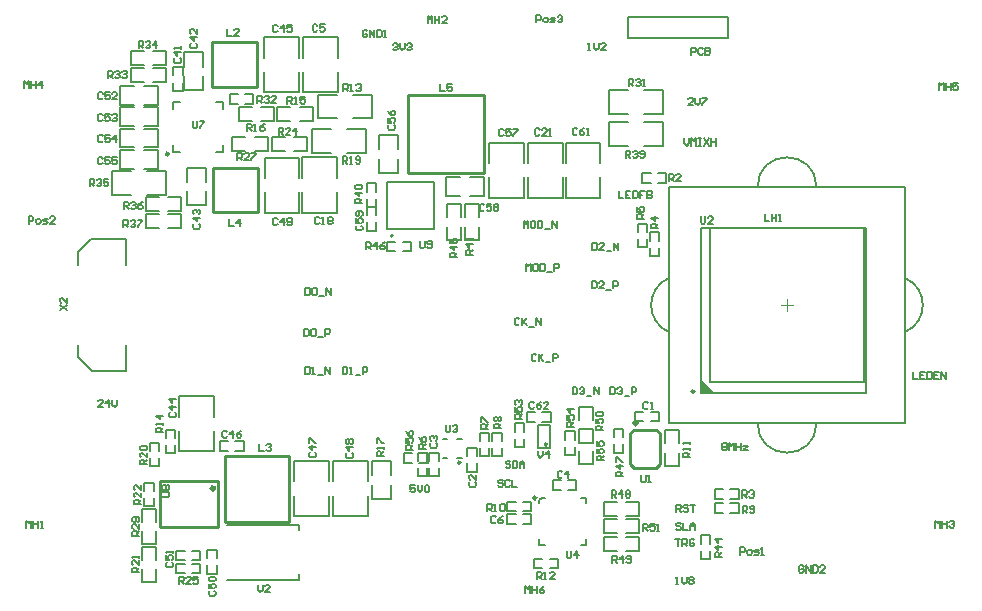
<source format=gto>
G04*
G04 #@! TF.GenerationSoftware,Altium Limited,Altium Designer,18.0.11 (651)*
G04*
G04 Layer_Color=65535*
%FSLAX44Y44*%
%MOMM*%
G71*
G01*
G75*
%ADD10C,0.2540*%
%ADD11C,0.3000*%
%ADD12C,0.2500*%
%ADD13C,0.2000*%
%ADD14C,0.1500*%
%ADD15C,0.1000*%
%ADD16C,0.1524*%
G36*
X586950Y175350D02*
X576950Y185350D01*
Y175350D01*
X586950D01*
D02*
G37*
D10*
X447000Y132250D02*
G03*
X447000Y132250I-1000J0D01*
G01*
X329250Y427500D02*
X393250D01*
Y361500D02*
Y427500D01*
X329250Y361500D02*
X393250D01*
X329250D02*
Y427500D01*
X517500Y115250D02*
X520500Y112250D01*
X517500Y141250D02*
X520500Y144250D01*
X517500Y115250D02*
Y141250D01*
X520500Y112250D02*
X539500D01*
X542500Y115250D01*
Y141250D01*
X539500Y144250D02*
X542500Y141250D01*
X520500Y144250D02*
X539500D01*
X164250Y366375D02*
X202250D01*
X164250Y328375D02*
Y366375D01*
Y328375D02*
X202250D01*
Y366375D01*
X201250Y434375D02*
Y472375D01*
X163250Y434375D02*
X201250D01*
X163250D02*
Y472375D01*
X201250D01*
X174000Y66500D02*
Y122500D01*
Y66500D02*
X228000D01*
Y122500D01*
X174000D02*
X228000D01*
X119500Y101000D02*
X168500D01*
X119500Y62000D02*
Y101000D01*
Y62000D02*
X168500D01*
Y101000D01*
D11*
X523250Y150250D02*
G03*
X523250Y150250I-1500J0D01*
G01*
X165500Y95000D02*
G03*
X165500Y95000I-1500J0D01*
G01*
D12*
X571700Y176850D02*
G03*
X571700Y176850I-1250J0D01*
G01*
X437750Y86750D02*
G03*
X437750Y86750I-1250J0D01*
G01*
X373500Y116500D02*
G03*
X373500Y116500I-1000J0D01*
G01*
X126500Y377875D02*
G03*
X126500Y377875I-1250J0D01*
G01*
D13*
X750153Y227155D02*
G03*
X750153Y272845I-10153J22845D01*
G01*
X549846Y272845D02*
G03*
X549847Y227155I10153J-22845D01*
G01*
X675000Y350000D02*
G03*
X625000Y350000I-25000J0D01*
G01*
Y150000D02*
G03*
X675000Y150000I25000J0D01*
G01*
X316500Y308500D02*
G03*
X316500Y308500I-1000J0D01*
G01*
X439000Y129250D02*
Y148250D01*
X449000D01*
Y129250D02*
Y148250D01*
X439000Y129250D02*
X449000D01*
X576950Y185350D02*
X586950Y175350D01*
X576950D02*
Y315350D01*
X716950Y175350D02*
Y315350D01*
X576950Y175350D02*
X716950D01*
X576950Y315350D02*
X716950D01*
X440000Y47000D02*
Y51750D01*
Y47000D02*
X444750D01*
X475250D02*
X480000D01*
Y51750D01*
Y82250D02*
Y87000D01*
X475250D02*
X480000D01*
X442375D02*
X444750D01*
X440000Y84625D02*
X442375Y87000D01*
X440000Y82250D02*
Y84625D01*
X370500Y136500D02*
X374500D01*
X358500D02*
X362500D01*
X370500Y120500D02*
X374500D01*
X358500D02*
X362500D01*
X585000Y185000D02*
Y315000D01*
X715000Y185000D02*
Y315000D01*
X585000D02*
X715000D01*
X585000Y185000D02*
X715000D01*
X550000Y350000D02*
X750000D01*
Y150000D02*
Y350000D01*
X550000Y150000D02*
X750000D01*
X550000D02*
Y350000D01*
X311000Y314000D02*
Y354000D01*
X351000D01*
Y314000D02*
Y354000D01*
X311000Y314000D02*
X351000D01*
X130250Y379875D02*
X136000D01*
X130250D02*
Y385625D01*
Y416125D02*
Y421875D01*
X136000D01*
X166500D02*
X172250D01*
Y416125D02*
Y421875D01*
Y379875D02*
Y385625D01*
X166500Y379875D02*
X172250D01*
X90000Y194125D02*
Y216125D01*
X62000Y194125D02*
X90000D01*
X50000Y206125D02*
Y216125D01*
Y206125D02*
X62000Y194125D01*
X50000Y294875D02*
X61000Y305875D01*
X50000Y283875D02*
Y294875D01*
X61000Y305875D02*
X90000D01*
Y283875D02*
Y305875D01*
X515500Y475750D02*
X600250D01*
Y493500D01*
X515500D02*
X600250D01*
X515500Y475750D02*
Y493500D01*
D14*
X577250Y35000D02*
Y42000D01*
Y48000D02*
Y55000D01*
X585250Y35000D02*
Y42000D01*
Y48000D02*
Y55000D01*
X577250Y35000D02*
X585250D01*
X577250Y55000D02*
X585250D01*
X338750Y116500D02*
X345750D01*
X325750D02*
X332750D01*
X338750Y124500D02*
X345750D01*
X325750D02*
X332750D01*
X345750Y116500D02*
Y124500D01*
X325750Y116500D02*
Y124500D01*
X362000Y305250D02*
X374000D01*
X362000Y335250D02*
X374000D01*
X362000Y305250D02*
Y316250D01*
Y324250D02*
Y335250D01*
X374000Y305250D02*
Y316250D01*
Y324250D02*
Y335250D01*
X377326Y335171D02*
X389326D01*
X377326Y305171D02*
X389326D01*
Y324170D02*
Y335171D01*
Y305171D02*
Y316171D01*
X377326Y324171D02*
Y335171D01*
Y305171D02*
Y316171D01*
X450000Y151000D02*
Y159000D01*
X430000Y151000D02*
Y159000D01*
X443000Y151000D02*
X450000D01*
X430000D02*
X437000D01*
X443000Y159000D02*
X450000D01*
X430000D02*
X437000D01*
X462250Y123000D02*
X470250D01*
X462250Y143000D02*
X470250D01*
X462250Y123000D02*
Y130000D01*
Y136000D02*
Y143000D01*
X470250Y123000D02*
Y130000D01*
Y136000D02*
Y143000D01*
X474000Y115250D02*
Y126250D01*
Y134250D02*
Y145250D01*
X486000Y115250D02*
Y126250D01*
Y134250D02*
Y145250D01*
X474000Y115250D02*
X486000D01*
X474000Y145250D02*
X486000D01*
X419500Y149750D02*
X427500D01*
X419500Y129750D02*
X427500D01*
Y142750D02*
Y149750D01*
Y129750D02*
Y136750D01*
X419500Y142750D02*
Y149750D01*
Y129750D02*
Y136750D01*
X547000Y144000D02*
X559000D01*
X547000Y114000D02*
X559000D01*
Y133000D02*
Y144000D01*
Y114000D02*
Y125000D01*
X547000Y133000D02*
Y144000D01*
Y114000D02*
Y125000D01*
X503500D02*
Y132000D01*
Y138000D02*
Y145000D01*
X511500Y125000D02*
Y132000D01*
Y138000D02*
Y145000D01*
X503500Y125000D02*
X511500D01*
X503500Y145000D02*
X511500D01*
X474000Y133250D02*
X486000D01*
X474000Y163250D02*
X486000D01*
X474000Y133250D02*
Y144250D01*
Y152250D02*
Y163250D01*
X486000Y133250D02*
Y144250D01*
Y152250D02*
Y163250D01*
X525000Y56750D02*
Y68750D01*
X495000Y56750D02*
Y68750D01*
X514000Y56750D02*
X525000D01*
X495000D02*
X506000D01*
X514000Y68750D02*
X525000D01*
X495000D02*
X506000D01*
X499000Y405000D02*
X515000D01*
X529000D02*
X545000D01*
X499000Y385000D02*
X515000D01*
X529000D02*
X545000D01*
X499000D02*
Y405000D01*
X545000Y385000D02*
Y405000D01*
X108500Y343500D02*
X124500D01*
X78500D02*
X94500D01*
X108500Y363500D02*
X124500D01*
X78500D02*
X94500D01*
X124500Y343500D02*
Y363500D01*
X78500Y343500D02*
Y363500D01*
X499000Y432000D02*
X515000D01*
X529000D02*
X545000D01*
X499000Y412000D02*
X515000D01*
X529000D02*
X545000D01*
X499000D02*
Y432000D01*
X545000Y412000D02*
Y432000D01*
X247750Y399000D02*
X263750D01*
X277750D02*
X293750D01*
X247750Y379000D02*
X263750D01*
X277750D02*
X293750D01*
X247750D02*
Y399000D01*
X293750Y379000D02*
Y399000D01*
X252750Y428000D02*
X268750D01*
X282750D02*
X298750D01*
X252750Y408000D02*
X268750D01*
X282750D02*
X298750D01*
X252750D02*
Y428000D01*
X298750Y408000D02*
Y428000D01*
X525000Y71500D02*
Y83500D01*
X495000Y71500D02*
Y83500D01*
X514000Y71500D02*
X525000D01*
X495000D02*
X506000D01*
X514000Y83500D02*
X525000D01*
X495000D02*
X506000D01*
X525000Y42000D02*
Y54000D01*
X495000Y42000D02*
Y54000D01*
X514000Y42000D02*
X525000D01*
X495000D02*
X506000D01*
X514000Y54000D02*
X525000D01*
X495000D02*
X506000D01*
X299000Y118000D02*
X315000D01*
X299000Y86000D02*
X315000D01*
Y106000D02*
Y118000D01*
Y86000D02*
Y98000D01*
X299000Y106000D02*
Y118000D01*
Y86000D02*
Y98000D01*
X413250Y64750D02*
Y72750D01*
X433250Y64750D02*
Y72750D01*
X413250D02*
X420250D01*
X426250D02*
X433250D01*
X413250Y64750D02*
X420250D01*
X426250D02*
X433250D01*
X471750Y93500D02*
Y101500D01*
X451750Y93500D02*
Y101500D01*
X464750Y93500D02*
X471750D01*
X451750D02*
X458750D01*
X464750Y101500D02*
X471750D01*
X451750D02*
X458750D01*
X589000Y74000D02*
Y82000D01*
X609000Y74000D02*
Y82000D01*
X589000D02*
X596000D01*
X602000D02*
X609000D01*
X589000Y74000D02*
X596000D01*
X602000D02*
X609000D01*
X347250Y105000D02*
X355250D01*
X347250Y125000D02*
X355250D01*
X347250Y105000D02*
Y112000D01*
Y118000D02*
Y125000D01*
X355250Y105000D02*
Y112000D01*
Y118000D02*
Y125000D01*
X589000Y86000D02*
Y94000D01*
X609000Y86000D02*
Y94000D01*
X589000D02*
X596000D01*
X602000D02*
X609000D01*
X589000Y86000D02*
X596000D01*
X602000D02*
X609000D01*
X400500Y122000D02*
X408500D01*
X400500Y142000D02*
X408500D01*
X400500Y122000D02*
Y129000D01*
Y135000D02*
Y142000D01*
X408500Y122000D02*
Y129000D01*
Y135000D02*
Y142000D01*
X337250Y105000D02*
X345250D01*
X337250Y125000D02*
X345250D01*
X337250Y105000D02*
Y112000D01*
Y118000D02*
Y125000D01*
X345250Y105000D02*
Y112000D01*
Y118000D02*
Y125000D01*
X541500Y151500D02*
Y159500D01*
X521500Y151500D02*
Y159500D01*
X534500Y151500D02*
X541500D01*
X521500D02*
X528500D01*
X534500Y159500D02*
X541500D01*
X521500D02*
X528500D01*
X379500Y129000D02*
X387500D01*
X379500Y109000D02*
X387500D01*
Y122000D02*
Y129000D01*
Y109000D02*
Y116000D01*
X379500Y122000D02*
Y129000D01*
Y109000D02*
Y116000D01*
X527500Y353500D02*
Y361500D01*
X547500Y353500D02*
Y361500D01*
X527500D02*
X534500D01*
X540500D02*
X547500D01*
X527500Y353500D02*
X534500D01*
X540500D02*
X547500D01*
X534000Y291500D02*
X542000D01*
X534000Y311500D02*
X542000D01*
X534000Y291500D02*
Y298500D01*
Y304500D02*
Y311500D01*
X542000Y291500D02*
Y298500D01*
Y304500D02*
Y311500D01*
X141750Y334375D02*
Y346375D01*
Y354375D02*
Y366375D01*
X157750Y334375D02*
Y346375D01*
Y354375D02*
Y366375D01*
X141750Y334375D02*
X157750D01*
X141750Y366375D02*
X157750D01*
X199500Y380250D02*
X210500D01*
X180500D02*
X191500D01*
X199500Y392250D02*
X210500D01*
X180500D02*
X191500D01*
X210500Y380250D02*
Y392250D01*
X180500Y380250D02*
Y392250D01*
X214000D02*
X225000D01*
X233000D02*
X244000D01*
X214000Y380250D02*
X225000D01*
X233000D02*
X244000D01*
X214000D02*
Y392250D01*
X244000Y380250D02*
Y392250D01*
X205000Y406000D02*
X216000D01*
X186000D02*
X197000D01*
X205000Y418000D02*
X216000D01*
X186000D02*
X197000D01*
X216000Y406000D02*
Y418000D01*
X186000Y406000D02*
Y418000D01*
X155750Y451875D02*
Y463875D01*
Y431875D02*
Y443875D01*
X139750Y451875D02*
Y463875D01*
Y431875D02*
Y443875D01*
Y463875D02*
X155750D01*
X139750Y431875D02*
X155750D01*
X117250Y401375D02*
Y417375D01*
X85250Y401375D02*
Y417375D01*
X105250Y401375D02*
X117250D01*
X85250D02*
X97250D01*
X105250Y417375D02*
X117250D01*
X85250D02*
X97250D01*
X321000Y382000D02*
Y394000D01*
Y362000D02*
Y374000D01*
X305000Y382000D02*
Y394000D01*
Y362000D02*
Y374000D01*
Y394000D02*
X321000D01*
X305000Y362000D02*
X321000D01*
X85250Y435375D02*
X97250D01*
X105250D02*
X117250D01*
X85250Y419375D02*
X97250D01*
X105250D02*
X117250D01*
X85250D02*
Y435375D01*
X117250Y419375D02*
Y435375D01*
X207750Y327875D02*
X237250D01*
Y345375D01*
X207740D02*
X207750Y327875D01*
X237250Y374875D02*
X237260Y357375D01*
X207750D02*
Y374875D01*
X237250D01*
X207250Y477000D02*
X236750D01*
X207250Y459500D02*
Y477000D01*
X236750D02*
X236760Y459500D01*
X207240Y447500D02*
X207250Y430000D01*
X236750D02*
Y447500D01*
X207250Y430000D02*
X236750D01*
X117250Y383375D02*
Y399375D01*
X85250Y383375D02*
Y399375D01*
X105250Y383375D02*
X117250D01*
X85250D02*
X97250D01*
X105250Y399375D02*
X117250D01*
X85250D02*
X97250D01*
X294000Y313000D02*
X302000D01*
X294000Y333000D02*
X302000D01*
X294000Y313000D02*
Y320000D01*
Y326000D02*
Y333000D01*
X302000Y313000D02*
Y320000D01*
Y326000D02*
Y333000D01*
X130250Y431375D02*
X138250D01*
X130250Y451375D02*
X138250D01*
X130250Y431375D02*
Y438375D01*
Y444375D02*
Y451375D01*
X138250Y431375D02*
Y438375D01*
Y444375D02*
Y451375D01*
X113500Y438500D02*
X124500D01*
X94500D02*
X105500D01*
X113500Y450500D02*
X124500D01*
X94500D02*
X105500D01*
X124500Y438500D02*
Y450500D01*
X94500Y438500D02*
Y450500D01*
X113500Y453000D02*
X124500D01*
X94500D02*
X105500D01*
X113500Y465000D02*
X124500D01*
X94500D02*
X105500D01*
X124500Y453000D02*
Y465000D01*
X94500Y453000D02*
Y465000D01*
X361500Y358000D02*
X373500D01*
X381500D02*
X393500D01*
X361500Y342000D02*
X373500D01*
X381500D02*
X393500D01*
X361500D02*
Y358000D01*
X393500Y342000D02*
Y358000D01*
X294000Y353000D02*
X302000D01*
X294000Y333000D02*
X302000D01*
Y346000D02*
Y353000D01*
Y333000D02*
Y340000D01*
X294000Y346000D02*
Y353000D01*
Y333000D02*
Y340000D01*
X331500Y295750D02*
Y303750D01*
X311500Y295750D02*
Y303750D01*
X324500Y295750D02*
X331500D01*
X311500D02*
X318500D01*
X324500Y303750D02*
X331500D01*
X311500D02*
X318500D01*
X218500Y418000D02*
X229500D01*
X237500D02*
X248500D01*
X218500Y406000D02*
X229500D01*
X237500D02*
X248500D01*
X218500D02*
Y418000D01*
X248500Y406000D02*
Y418000D01*
X178250Y420375D02*
Y428375D01*
X198250Y420375D02*
Y428375D01*
X178250D02*
X185250D01*
X191250D02*
X198250D01*
X178250Y420375D02*
X185250D01*
X191250D02*
X198250D01*
X85250Y381375D02*
X97250D01*
X105250D02*
X117250D01*
X85250Y365375D02*
X97250D01*
X105250D02*
X117250D01*
X85250D02*
Y381375D01*
X117250Y365375D02*
Y381375D01*
X126000Y329500D02*
X137000D01*
X107000D02*
X118000D01*
X126000Y341500D02*
X137000D01*
X107000D02*
X118000D01*
X137000Y329500D02*
Y341500D01*
X107000Y329500D02*
Y341500D01*
X126000Y315000D02*
X137000D01*
X107000D02*
X118000D01*
X126000Y327000D02*
X137000D01*
X107000D02*
X118000D01*
X137000Y315000D02*
Y327000D01*
X107000Y315000D02*
Y327000D01*
X133000Y34000D02*
Y42000D01*
X153000Y34000D02*
Y42000D01*
X133000D02*
X140000D01*
X146000D02*
X153000D01*
X133000Y34000D02*
X140000D01*
X146000D02*
X153000D01*
X159000Y22500D02*
X167000D01*
X159000Y42500D02*
X167000D01*
X159000Y22500D02*
Y29500D01*
Y35500D02*
Y42500D01*
X167000Y22500D02*
Y29500D01*
Y35500D02*
Y42500D01*
X116000Y66500D02*
Y77500D01*
Y47500D02*
Y58500D01*
X104000Y66500D02*
Y77500D01*
Y47500D02*
Y58500D01*
Y77500D02*
X116000D01*
X104000Y47500D02*
X116000D01*
X116000Y34500D02*
Y45500D01*
Y15500D02*
Y26500D01*
X104000Y34500D02*
Y45500D01*
Y15500D02*
Y26500D01*
Y45500D02*
X116000D01*
X104000Y15500D02*
X116000D01*
X110500Y113500D02*
X118500D01*
X110500Y133500D02*
X118500D01*
X110500Y113500D02*
Y120500D01*
Y126500D02*
Y133500D01*
X118500Y113500D02*
Y120500D01*
Y126500D02*
Y133500D01*
X523500Y319000D02*
X531500D01*
X523500Y299000D02*
X531500D01*
Y312000D02*
Y319000D01*
Y299000D02*
Y306000D01*
X523500Y312000D02*
Y319000D01*
Y299000D02*
Y306000D01*
X106000Y99500D02*
X114000D01*
X106000Y79500D02*
X114000D01*
Y92500D02*
Y99500D01*
Y79500D02*
Y86500D01*
X106000Y92500D02*
Y99500D01*
Y79500D02*
Y86500D01*
X433250Y75250D02*
Y83250D01*
X413250Y75250D02*
Y83250D01*
X426250Y75250D02*
X433250D01*
X413250D02*
X420250D01*
X426250Y83250D02*
X433250D01*
X413250D02*
X420250D01*
X390000Y122000D02*
X398000D01*
X390000Y142000D02*
X398000D01*
X390000Y122000D02*
Y129000D01*
Y135000D02*
Y142000D01*
X398000Y122000D02*
Y129000D01*
Y135000D02*
Y142000D01*
X190000Y126500D02*
Y134500D01*
X170000Y126500D02*
Y134500D01*
X183000Y126500D02*
X190000D01*
X170000D02*
X177000D01*
X183000Y134500D02*
X190000D01*
X170000D02*
X177000D01*
X135500Y126000D02*
X165000D01*
Y143500D01*
X135490D02*
X135500Y126000D01*
X165000Y173000D02*
X165010Y155500D01*
X135500D02*
Y173000D01*
X165000D01*
X124000Y124500D02*
Y131500D01*
Y137500D02*
Y144500D01*
X132000Y124500D02*
Y131500D01*
Y137500D02*
Y144500D01*
X124000Y124500D02*
X132000D01*
X124000Y144500D02*
X132000D01*
X153000Y23000D02*
Y31000D01*
X133000Y23000D02*
Y31000D01*
X146000Y23000D02*
X153000D01*
X133000D02*
X140000D01*
X146000Y31000D02*
X153000D01*
X133000D02*
X140000D01*
X456000Y27250D02*
Y35250D01*
X436000Y27250D02*
Y35250D01*
X449000Y27250D02*
X456000D01*
X436000D02*
X443000D01*
X449000Y35250D02*
X456000D01*
X436000D02*
X443000D01*
X239750Y328000D02*
X269250D01*
Y345500D01*
X239740D02*
X239750Y328000D01*
X269250Y375000D02*
X269260Y357500D01*
X239750D02*
Y375000D01*
X269250D01*
X240000Y477000D02*
X269500D01*
X240000Y459500D02*
Y477000D01*
X269500D02*
X269510Y459500D01*
X239990Y447500D02*
X240000Y430000D01*
X269500D02*
Y447500D01*
X240000Y430000D02*
X269500D01*
X398000Y387500D02*
X427500D01*
X398000Y370000D02*
Y387500D01*
X427500D02*
X427510Y370000D01*
X397990Y358000D02*
X398000Y340500D01*
X427500D02*
Y358000D01*
X398000Y340500D02*
X427500D01*
X430500Y387500D02*
X460000D01*
X430500Y370000D02*
Y387500D01*
X460000D02*
X460010Y370000D01*
X430490Y358000D02*
X430500Y340500D01*
X460000D02*
Y358000D01*
X430500Y340500D02*
X460000D01*
X462500Y387500D02*
X492000D01*
X462500Y370000D02*
Y387500D01*
X492000D02*
X492010Y370000D01*
X462490Y358000D02*
X462500Y340500D01*
X492000D02*
Y358000D01*
X462500Y340500D02*
X492000D01*
X232500Y118200D02*
X262000D01*
X232500Y100700D02*
Y118200D01*
X262000D02*
X262010Y100700D01*
X232490Y88700D02*
X232500Y71200D01*
X262000D02*
Y88700D01*
X232500Y71200D02*
X262000D01*
X265500Y118200D02*
X295000D01*
X265500Y100700D02*
Y118200D01*
X295000D02*
X295010Y100700D01*
X265490Y88700D02*
X265500Y71200D01*
X295000D02*
Y88700D01*
X265500Y71200D02*
X295000D01*
X333250Y127500D02*
X327252D01*
Y130499D01*
X328252Y131499D01*
X330251D01*
X331251Y130499D01*
Y127500D01*
Y129499D02*
X333250Y131499D01*
X327252Y137497D02*
Y133498D01*
X330251D01*
X329251Y135497D01*
Y136497D01*
X330251Y137497D01*
X332250D01*
X333250Y136497D01*
Y134498D01*
X332250Y133498D01*
X327252Y143495D02*
X328252Y141496D01*
X330251Y139496D01*
X332250D01*
X333250Y140496D01*
Y142495D01*
X332250Y143495D01*
X331251D01*
X330251Y142495D01*
Y139496D01*
X594750Y36500D02*
X588752D01*
Y39499D01*
X589752Y40499D01*
X591751D01*
X592751Y39499D01*
Y36500D01*
Y38499D02*
X594750Y40499D01*
Y45497D02*
X588752D01*
X591751Y42498D01*
Y46497D01*
X594750Y51495D02*
X588752D01*
X591751Y48496D01*
Y52495D01*
X439250Y126748D02*
Y122749D01*
X441249Y120750D01*
X443249Y122749D01*
Y126748D01*
X448247Y120750D02*
Y126748D01*
X445248Y123749D01*
X449247D01*
X494750Y118500D02*
X488752D01*
Y121499D01*
X489752Y122499D01*
X491751D01*
X492751Y121499D01*
Y118500D01*
Y120499D02*
X494750Y122499D01*
X488752Y128497D02*
Y124498D01*
X491751D01*
X490751Y126497D01*
Y127497D01*
X491751Y128497D01*
X493750D01*
X494750Y127497D01*
Y125498D01*
X493750Y124498D01*
X488752Y134495D02*
Y130496D01*
X491751D01*
X490751Y132495D01*
Y133495D01*
X491751Y134495D01*
X493750D01*
X494750Y133495D01*
Y131496D01*
X493750Y130496D01*
X469500Y146750D02*
X463502D01*
Y149749D01*
X464502Y150749D01*
X466501D01*
X467501Y149749D01*
Y146750D01*
Y148749D02*
X469500Y150749D01*
X463502Y156747D02*
Y152748D01*
X466501D01*
X465501Y154747D01*
Y155747D01*
X466501Y156747D01*
X468500D01*
X469500Y155747D01*
Y153748D01*
X468500Y152748D01*
X469500Y161745D02*
X463502D01*
X466501Y158746D01*
Y162745D01*
X425750Y153500D02*
X419752D01*
Y156499D01*
X420752Y157499D01*
X422751D01*
X423751Y156499D01*
Y153500D01*
Y155499D02*
X425750Y157499D01*
X419752Y163497D02*
Y159498D01*
X422751D01*
X421751Y161497D01*
Y162497D01*
X422751Y163497D01*
X424750D01*
X425750Y162497D01*
Y160498D01*
X424750Y159498D01*
X420752Y165496D02*
X419752Y166496D01*
Y168495D01*
X420752Y169495D01*
X421751D01*
X422751Y168495D01*
Y167495D01*
Y168495D01*
X423751Y169495D01*
X424750D01*
X425750Y168495D01*
Y166496D01*
X424750Y165496D01*
X435999Y167248D02*
X434999Y168248D01*
X433000D01*
X432000Y167248D01*
Y163250D01*
X433000Y162250D01*
X434999D01*
X435999Y163250D01*
X441997Y168248D02*
X439997Y167248D01*
X437998Y165249D01*
Y163250D01*
X438998Y162250D01*
X440997D01*
X441997Y163250D01*
Y164249D01*
X440997Y165249D01*
X437998D01*
X447995Y162250D02*
X443996D01*
X447995Y166249D01*
Y167248D01*
X446995Y168248D01*
X444996D01*
X443996Y167248D01*
X437749Y207748D02*
X436749Y208748D01*
X434750D01*
X433750Y207748D01*
Y203750D01*
X434750Y202750D01*
X436749D01*
X437749Y203750D01*
X439748Y208748D02*
Y202750D01*
Y204749D01*
X443747Y208748D01*
X440748Y205749D01*
X443747Y202750D01*
X445746Y201750D02*
X449745D01*
X451744Y202750D02*
Y208748D01*
X454743D01*
X455743Y207748D01*
Y205749D01*
X454743Y204749D01*
X451744D01*
X423499Y237748D02*
X422499Y238748D01*
X420500D01*
X419500Y237748D01*
Y233750D01*
X420500Y232750D01*
X422499D01*
X423499Y233750D01*
X425498Y238748D02*
Y232750D01*
Y234749D01*
X429497Y238748D01*
X426498Y235749D01*
X429497Y232750D01*
X431496Y231750D02*
X435495D01*
X437494Y232750D02*
Y238748D01*
X441493Y232750D01*
Y238748D01*
X511500Y105000D02*
X505502D01*
Y107999D01*
X506502Y108999D01*
X508501D01*
X509501Y107999D01*
Y105000D01*
Y106999D02*
X511500Y108999D01*
Y113997D02*
X505502D01*
X508501Y110998D01*
Y114997D01*
X505502Y116996D02*
Y120995D01*
X506502D01*
X510500Y116996D01*
X511500D01*
X463500Y41498D02*
Y36500D01*
X464500Y35500D01*
X466499D01*
X467499Y36500D01*
Y41498D01*
X472497Y35500D02*
Y41498D01*
X469498Y38499D01*
X473497D01*
X528000Y59000D02*
Y64998D01*
X530999D01*
X531999Y63998D01*
Y61999D01*
X530999Y60999D01*
X528000D01*
X529999D02*
X531999Y59000D01*
X537997Y64998D02*
X533998D01*
Y61999D01*
X535997Y62999D01*
X536997D01*
X537997Y61999D01*
Y60000D01*
X536997Y59000D01*
X534998D01*
X533998Y60000D01*
X539996Y59000D02*
X541996D01*
X540996D01*
Y64998D01*
X539996Y63998D01*
X494250Y143750D02*
X488252D01*
Y146749D01*
X489252Y147749D01*
X491251D01*
X492251Y146749D01*
Y143750D01*
Y145749D02*
X494250Y147749D01*
X488252Y153747D02*
Y149748D01*
X491251D01*
X490251Y151747D01*
Y152747D01*
X491251Y153747D01*
X493250D01*
X494250Y152747D01*
Y150748D01*
X493250Y149748D01*
X489252Y155746D02*
X488252Y156746D01*
Y158745D01*
X489252Y159745D01*
X493250D01*
X494250Y158745D01*
Y156746D01*
X493250Y155746D01*
X489252D01*
X555500Y51748D02*
X559499D01*
X557499D01*
Y45750D01*
X561498D02*
Y51748D01*
X564497D01*
X565497Y50748D01*
Y48749D01*
X564497Y47749D01*
X561498D01*
X563498D02*
X565497Y45750D01*
X571495Y50748D02*
X570495Y51748D01*
X568496D01*
X567496Y50748D01*
Y46750D01*
X568496Y45750D01*
X570495D01*
X571495Y46750D01*
Y48749D01*
X569496D01*
X560249Y64498D02*
X559249Y65498D01*
X557250D01*
X556250Y64498D01*
Y63499D01*
X557250Y62499D01*
X559249D01*
X560249Y61499D01*
Y60500D01*
X559249Y59500D01*
X557250D01*
X556250Y60500D01*
X562248Y65498D02*
Y59500D01*
X566247D01*
X568246D02*
Y63499D01*
X570246Y65498D01*
X572245Y63499D01*
Y59500D01*
Y62499D01*
X568246D01*
X415749Y117248D02*
X414749Y118248D01*
X412750D01*
X411750Y117248D01*
Y116249D01*
X412750Y115249D01*
X414749D01*
X415749Y114249D01*
Y113250D01*
X414749Y112250D01*
X412750D01*
X411750Y113250D01*
X417748Y118248D02*
Y112250D01*
X420747D01*
X421747Y113250D01*
Y117248D01*
X420747Y118248D01*
X417748D01*
X423746Y112250D02*
Y116249D01*
X425746Y118248D01*
X427745Y116249D01*
Y112250D01*
Y115249D01*
X423746D01*
X409499Y101248D02*
X408499Y102248D01*
X406500D01*
X405500Y101248D01*
Y100249D01*
X406500Y99249D01*
X408499D01*
X409499Y98249D01*
Y97250D01*
X408499Y96250D01*
X406500D01*
X405500Y97250D01*
X415497Y101248D02*
X414497Y102248D01*
X412498D01*
X411498Y101248D01*
Y97250D01*
X412498Y96250D01*
X414497D01*
X415497Y97250D01*
X417496Y102248D02*
Y96250D01*
X421495D01*
X556250Y75000D02*
Y80998D01*
X559249D01*
X560249Y79998D01*
Y77999D01*
X559249Y76999D01*
X556250D01*
X558249D02*
X560249Y75000D01*
X566247Y79998D02*
X565247Y80998D01*
X563248D01*
X562248Y79998D01*
Y78999D01*
X563248Y77999D01*
X565247D01*
X566247Y76999D01*
Y76000D01*
X565247Y75000D01*
X563248D01*
X562248Y76000D01*
X568246Y80998D02*
X572245D01*
X570246D01*
Y75000D01*
X502000Y31750D02*
Y37748D01*
X504999D01*
X505999Y36748D01*
Y34749D01*
X504999Y33749D01*
X502000D01*
X503999D02*
X505999Y31750D01*
X510997D02*
Y37748D01*
X507998Y34749D01*
X511997D01*
X513996Y32750D02*
X514996Y31750D01*
X516995D01*
X517995Y32750D01*
Y36748D01*
X516995Y37748D01*
X514996D01*
X513996Y36748D01*
Y35749D01*
X514996Y34749D01*
X517995D01*
X501500Y87000D02*
Y92998D01*
X504499D01*
X505499Y91998D01*
Y89999D01*
X504499Y88999D01*
X501500D01*
X503499D02*
X505499Y87000D01*
X510497D02*
Y92998D01*
X507498Y89999D01*
X511497D01*
X513496Y91998D02*
X514496Y92998D01*
X516495D01*
X517495Y91998D01*
Y90999D01*
X516495Y89999D01*
X517495Y88999D01*
Y88000D01*
X516495Y87000D01*
X514496D01*
X513496Y88000D01*
Y88999D01*
X514496Y89999D01*
X513496Y90999D01*
Y91998D01*
X514496Y89999D02*
X516495D01*
X568000Y121000D02*
X562002D01*
Y123999D01*
X563002Y124999D01*
X565001D01*
X566001Y123999D01*
Y121000D01*
Y122999D02*
X568000Y124999D01*
Y126998D02*
Y128997D01*
Y127998D01*
X562002D01*
X563002Y126998D01*
X568000Y131996D02*
Y133996D01*
Y132996D01*
X562002D01*
X563002Y131996D01*
X429000Y279000D02*
Y284998D01*
X430999Y282999D01*
X432999Y284998D01*
Y279000D01*
X437997Y284998D02*
X435998D01*
X434998Y283998D01*
Y280000D01*
X435998Y279000D01*
X437997D01*
X438997Y280000D01*
Y283998D01*
X437997Y284998D01*
X440996D02*
Y279000D01*
X443995D01*
X444995Y280000D01*
Y283998D01*
X443995Y284998D01*
X440996D01*
X446994Y278000D02*
X450993D01*
X452992Y279000D02*
Y284998D01*
X455991D01*
X456991Y283998D01*
Y281999D01*
X455991Y280999D01*
X452992D01*
X427000Y315000D02*
Y320998D01*
X428999Y318999D01*
X430999Y320998D01*
Y315000D01*
X435997Y320998D02*
X433998D01*
X432998Y319998D01*
Y316000D01*
X433998Y315000D01*
X435997D01*
X436997Y316000D01*
Y319998D01*
X435997Y320998D01*
X438996D02*
Y315000D01*
X441995D01*
X442995Y316000D01*
Y319998D01*
X441995Y320998D01*
X438996D01*
X444994Y314000D02*
X448993D01*
X450992Y315000D02*
Y320998D01*
X454991Y315000D01*
Y320998D01*
X756750Y193498D02*
Y187500D01*
X760749D01*
X766747Y193498D02*
X762748D01*
Y187500D01*
X766747D01*
X762748Y190499D02*
X764747D01*
X768746Y193498D02*
Y187500D01*
X771745D01*
X772745Y188500D01*
Y192498D01*
X771745Y193498D01*
X768746D01*
X778743D02*
X774744D01*
Y187500D01*
X778743D01*
X774744Y190499D02*
X776743D01*
X780742Y187500D02*
Y193498D01*
X784741Y187500D01*
Y193498D01*
X500500Y180248D02*
Y174250D01*
X503499D01*
X504499Y175250D01*
Y179248D01*
X503499Y180248D01*
X500500D01*
X506498Y179248D02*
X507498Y180248D01*
X509497D01*
X510497Y179248D01*
Y178249D01*
X509497Y177249D01*
X508497D01*
X509497D01*
X510497Y176249D01*
Y175250D01*
X509497Y174250D01*
X507498D01*
X506498Y175250D01*
X512496Y173250D02*
X516495D01*
X518494Y174250D02*
Y180248D01*
X521493D01*
X522493Y179248D01*
Y177249D01*
X521493Y176249D01*
X518494D01*
X468500Y180248D02*
Y174250D01*
X471499D01*
X472499Y175250D01*
Y179248D01*
X471499Y180248D01*
X468500D01*
X474498Y179248D02*
X475498Y180248D01*
X477497D01*
X478497Y179248D01*
Y178249D01*
X477497Y177249D01*
X476497D01*
X477497D01*
X478497Y176249D01*
Y175250D01*
X477497Y174250D01*
X475498D01*
X474498Y175250D01*
X480496Y173250D02*
X484495D01*
X486494Y174250D02*
Y180248D01*
X490493Y174250D01*
Y180248D01*
X484750Y269998D02*
Y264000D01*
X487749D01*
X488749Y265000D01*
Y268998D01*
X487749Y269998D01*
X484750D01*
X494747Y264000D02*
X490748D01*
X494747Y267999D01*
Y268998D01*
X493747Y269998D01*
X491748D01*
X490748Y268998D01*
X496746Y263000D02*
X500745D01*
X502744Y264000D02*
Y269998D01*
X505743D01*
X506743Y268998D01*
Y266999D01*
X505743Y265999D01*
X502744D01*
X485250Y302748D02*
Y296750D01*
X488249D01*
X489249Y297750D01*
Y301748D01*
X488249Y302748D01*
X485250D01*
X495247Y296750D02*
X491248D01*
X495247Y300749D01*
Y301748D01*
X494247Y302748D01*
X492248D01*
X491248Y301748D01*
X497246Y295750D02*
X501245D01*
X503244Y296750D02*
Y302748D01*
X507243Y296750D01*
Y302748D01*
X273750Y197498D02*
Y191500D01*
X276749D01*
X277749Y192500D01*
Y196498D01*
X276749Y197498D01*
X273750D01*
X279748Y191500D02*
X281747D01*
X280748D01*
Y197498D01*
X279748Y196498D01*
X284746Y190500D02*
X288745D01*
X290744Y191500D02*
Y197498D01*
X293743D01*
X294743Y196498D01*
Y194499D01*
X293743Y193499D01*
X290744D01*
X242000Y197748D02*
Y191750D01*
X244999D01*
X245999Y192750D01*
Y196748D01*
X244999Y197748D01*
X242000D01*
X247998Y191750D02*
X249997D01*
X248998D01*
Y197748D01*
X247998Y196748D01*
X252996Y190750D02*
X256995D01*
X258995Y191750D02*
Y197748D01*
X262993Y191750D01*
Y197748D01*
X241000Y229748D02*
Y223750D01*
X243999D01*
X244999Y224750D01*
Y228748D01*
X243999Y229748D01*
X241000D01*
X246998Y228748D02*
X247998Y229748D01*
X249997D01*
X250997Y228748D01*
Y224750D01*
X249997Y223750D01*
X247998D01*
X246998Y224750D01*
Y228748D01*
X252996Y222750D02*
X256995D01*
X258994Y223750D02*
Y229748D01*
X261993D01*
X262993Y228748D01*
Y226749D01*
X261993Y225749D01*
X258994D01*
X242000Y264248D02*
Y258250D01*
X244999D01*
X245999Y259250D01*
Y263248D01*
X244999Y264248D01*
X242000D01*
X247998Y263248D02*
X248998Y264248D01*
X250997D01*
X251997Y263248D01*
Y259250D01*
X250997Y258250D01*
X248998D01*
X247998Y259250D01*
Y263248D01*
X253996Y257250D02*
X257995D01*
X259994Y258250D02*
Y264248D01*
X263993Y258250D01*
Y264248D01*
X595000Y131998D02*
X596000Y132998D01*
X597999D01*
X598999Y131998D01*
Y130999D01*
X597999Y129999D01*
X598999Y128999D01*
Y128000D01*
X597999Y127000D01*
X596000D01*
X595000Y128000D01*
Y128999D01*
X596000Y129999D01*
X595000Y130999D01*
Y131998D01*
X596000Y129999D02*
X597999D01*
X600998Y127000D02*
Y132998D01*
X602997Y130999D01*
X604997Y132998D01*
Y127000D01*
X606996Y132998D02*
Y127000D01*
Y129999D01*
X610995D01*
Y132998D01*
Y127000D01*
X612994Y130999D02*
X616993D01*
X612994Y127000D01*
X616993D01*
X59500Y350500D02*
Y356498D01*
X62499D01*
X63499Y355498D01*
Y353499D01*
X62499Y352499D01*
X59500D01*
X61499D02*
X63499Y350500D01*
X65498Y355498D02*
X66498Y356498D01*
X68497D01*
X69497Y355498D01*
Y354499D01*
X68497Y353499D01*
X67497D01*
X68497D01*
X69497Y352499D01*
Y351500D01*
X68497Y350500D01*
X66498D01*
X65498Y351500D01*
X75495Y356498D02*
X71496D01*
Y353499D01*
X73495Y354499D01*
X74495D01*
X75495Y353499D01*
Y351500D01*
X74495Y350500D01*
X72496D01*
X71496Y351500D01*
X516000Y435500D02*
Y441498D01*
X518999D01*
X519999Y440498D01*
Y438499D01*
X518999Y437499D01*
X516000D01*
X517999D02*
X519999Y435500D01*
X521998Y440498D02*
X522998Y441498D01*
X524997D01*
X525997Y440498D01*
Y439499D01*
X524997Y438499D01*
X523997D01*
X524997D01*
X525997Y437499D01*
Y436500D01*
X524997Y435500D01*
X522998D01*
X521998Y436500D01*
X527996Y435500D02*
X529995D01*
X528996D01*
Y441498D01*
X527996Y440498D01*
X273750Y369750D02*
Y375748D01*
X276749D01*
X277749Y374748D01*
Y372749D01*
X276749Y371749D01*
X273750D01*
X275749D02*
X277749Y369750D01*
X279748D02*
X281747D01*
X280748D01*
Y375748D01*
X279748Y374748D01*
X284746Y370750D02*
X285746Y369750D01*
X287745D01*
X288745Y370750D01*
Y374748D01*
X287745Y375748D01*
X285746D01*
X284746Y374748D01*
Y373749D01*
X285746Y372749D01*
X288745D01*
X308500Y122000D02*
X302502D01*
Y124999D01*
X303502Y125999D01*
X305501D01*
X306501Y124999D01*
Y122000D01*
Y123999D02*
X308500Y125999D01*
Y127998D02*
Y129997D01*
Y128998D01*
X302502D01*
X303502Y127998D01*
X302502Y132996D02*
Y136995D01*
X303502D01*
X307500Y132996D01*
X308500D01*
X274250Y431000D02*
Y436998D01*
X277249D01*
X278249Y435998D01*
Y433999D01*
X277249Y432999D01*
X274250D01*
X276249D02*
X278249Y431000D01*
X280248D02*
X282247D01*
X281248D01*
Y436998D01*
X280248Y435998D01*
X285246D02*
X286246Y436998D01*
X288245D01*
X289245Y435998D01*
Y434999D01*
X288245Y433999D01*
X287246D01*
X288245D01*
X289245Y432999D01*
Y432000D01*
X288245Y431000D01*
X286246D01*
X285246Y432000D01*
X438250Y18000D02*
Y23998D01*
X441249D01*
X442249Y22998D01*
Y20999D01*
X441249Y19999D01*
X438250D01*
X440249D02*
X442249Y18000D01*
X444248D02*
X446247D01*
X445248D01*
Y23998D01*
X444248Y22998D01*
X453245Y18000D02*
X449246D01*
X453245Y21999D01*
Y22998D01*
X452245Y23998D01*
X450246D01*
X449246Y22998D01*
X775500Y61500D02*
Y67498D01*
X777499Y65499D01*
X779499Y67498D01*
Y61500D01*
X781498Y67498D02*
Y61500D01*
Y64499D01*
X785497D01*
Y67498D01*
Y61500D01*
X787496Y66498D02*
X788496Y67498D01*
X790495D01*
X791495Y66498D01*
Y65499D01*
X790495Y64499D01*
X789495D01*
X790495D01*
X791495Y63499D01*
Y62500D01*
X790495Y61500D01*
X788496D01*
X787496Y62500D01*
X345750Y488500D02*
Y494498D01*
X347749Y492499D01*
X349749Y494498D01*
Y488500D01*
X351748Y494498D02*
Y488500D01*
Y491499D01*
X355747D01*
Y494498D01*
Y488500D01*
X361745D02*
X357746D01*
X361745Y492499D01*
Y493498D01*
X360745Y494498D01*
X358746D01*
X357746Y493498D01*
X6000Y61500D02*
Y67498D01*
X7999Y65499D01*
X9999Y67498D01*
Y61500D01*
X11998Y67498D02*
Y61500D01*
Y64499D01*
X15997D01*
Y67498D01*
Y61500D01*
X17996D02*
X19995D01*
X18996D01*
Y67498D01*
X17996Y66498D01*
X121002Y87500D02*
X126000D01*
X127000Y88500D01*
Y90499D01*
X126000Y91499D01*
X121002D01*
X122002Y93498D02*
X121002Y94498D01*
Y96497D01*
X122002Y97497D01*
X123001D01*
X124001Y96497D01*
X125001Y97497D01*
X126000D01*
X127000Y96497D01*
Y94498D01*
X126000Y93498D01*
X125001D01*
X124001Y94498D01*
X123001Y93498D01*
X122002D01*
X124001Y94498D02*
Y96497D01*
X202000Y12998D02*
Y8999D01*
X203999Y7000D01*
X205999Y8999D01*
Y12998D01*
X211997Y7000D02*
X207998D01*
X211997Y10999D01*
Y11998D01*
X210997Y12998D01*
X208998D01*
X207998Y11998D01*
X135250Y14000D02*
Y19998D01*
X138249D01*
X139249Y18998D01*
Y16999D01*
X138249Y15999D01*
X135250D01*
X137249D02*
X139249Y14000D01*
X145247D02*
X141248D01*
X145247Y17999D01*
Y18998D01*
X144247Y19998D01*
X142248D01*
X141248Y18998D01*
X151245Y19998D02*
X147246D01*
Y16999D01*
X149246Y17999D01*
X150245D01*
X151245Y16999D01*
Y15000D01*
X150245Y14000D01*
X148246D01*
X147246Y15000D01*
X8000Y319000D02*
Y324998D01*
X10999D01*
X11999Y323998D01*
Y321999D01*
X10999Y320999D01*
X8000D01*
X14998Y319000D02*
X16997D01*
X17997Y320000D01*
Y321999D01*
X16997Y322999D01*
X14998D01*
X13998Y321999D01*
Y320000D01*
X14998Y319000D01*
X19996D02*
X22995D01*
X23995Y320000D01*
X22995Y320999D01*
X20996D01*
X19996Y321999D01*
X20996Y322999D01*
X23995D01*
X29993Y319000D02*
X25994D01*
X29993Y322999D01*
Y323998D01*
X28993Y324998D01*
X26994D01*
X25994Y323998D01*
X577000Y324998D02*
Y320000D01*
X578000Y319000D01*
X579999D01*
X580999Y320000D01*
Y324998D01*
X586997Y319000D02*
X582998D01*
X586997Y322999D01*
Y323998D01*
X585997Y324998D01*
X583998D01*
X582998Y323998D01*
X610250Y38750D02*
Y44748D01*
X613249D01*
X614249Y43748D01*
Y41749D01*
X613249Y40749D01*
X610250D01*
X617248Y38750D02*
X619247D01*
X620247Y39750D01*
Y41749D01*
X619247Y42749D01*
X617248D01*
X616248Y41749D01*
Y39750D01*
X617248Y38750D01*
X622246D02*
X625245D01*
X626245Y39750D01*
X625245Y40749D01*
X623246D01*
X622246Y41749D01*
X623246Y42749D01*
X626245D01*
X628244Y38750D02*
X630243D01*
X629244D01*
Y44748D01*
X628244Y43748D01*
X121750Y142250D02*
X115752D01*
Y145249D01*
X116752Y146249D01*
X118751D01*
X119751Y145249D01*
Y142250D01*
Y144249D02*
X121750Y146249D01*
Y148248D02*
Y150247D01*
Y149248D01*
X115752D01*
X116752Y148248D01*
X121750Y156245D02*
X115752D01*
X118751Y153246D01*
Y157245D01*
X437750Y489250D02*
Y495248D01*
X440749D01*
X441749Y494248D01*
Y492249D01*
X440749Y491249D01*
X437750D01*
X444748Y489250D02*
X446747D01*
X447747Y490250D01*
Y492249D01*
X446747Y493249D01*
X444748D01*
X443748Y492249D01*
Y490250D01*
X444748Y489250D01*
X449746D02*
X452745D01*
X453745Y490250D01*
X452745Y491249D01*
X450746D01*
X449746Y492249D01*
X450746Y493249D01*
X453745D01*
X455744Y494248D02*
X456744Y495248D01*
X458743D01*
X459743Y494248D01*
Y493249D01*
X458743Y492249D01*
X457743D01*
X458743D01*
X459743Y491249D01*
Y490250D01*
X458743Y489250D01*
X456744D01*
X455744Y490250D01*
X663999Y28498D02*
X662999Y29498D01*
X661000D01*
X660000Y28498D01*
Y24500D01*
X661000Y23500D01*
X662999D01*
X663999Y24500D01*
Y26499D01*
X661999D01*
X665998Y23500D02*
Y29498D01*
X669997Y23500D01*
Y29498D01*
X671996D02*
Y23500D01*
X674995D01*
X675995Y24500D01*
Y28498D01*
X674995Y29498D01*
X671996D01*
X681993Y23500D02*
X677994D01*
X681993Y27499D01*
Y28498D01*
X680993Y29498D01*
X678994D01*
X677994Y28498D01*
X127502Y158999D02*
X126502Y157999D01*
Y156000D01*
X127502Y155000D01*
X131500D01*
X132500Y156000D01*
Y157999D01*
X131500Y158999D01*
X132500Y163997D02*
X126502D01*
X129501Y160998D01*
Y164997D01*
X132500Y169995D02*
X126502D01*
X129501Y166996D01*
Y170995D01*
X175999Y142748D02*
X174999Y143748D01*
X173000D01*
X172000Y142748D01*
Y138750D01*
X173000Y137750D01*
X174999D01*
X175999Y138750D01*
X180997Y137750D02*
Y143748D01*
X177998Y140749D01*
X181997D01*
X187995Y143748D02*
X185996Y142748D01*
X183996Y140749D01*
Y138750D01*
X184996Y137750D01*
X186995D01*
X187995Y138750D01*
Y139749D01*
X186995Y140749D01*
X183996D01*
X396750Y145000D02*
X390752D01*
Y147999D01*
X391752Y148999D01*
X393751D01*
X394751Y147999D01*
Y145000D01*
Y146999D02*
X396750Y148999D01*
X390752Y150998D02*
Y154997D01*
X391752D01*
X395750Y150998D01*
X396750D01*
X396000Y75500D02*
Y81498D01*
X398999D01*
X399999Y80498D01*
Y78499D01*
X398999Y77499D01*
X396000D01*
X397999D02*
X399999Y75500D01*
X401998D02*
X403997D01*
X402998D01*
Y81498D01*
X401998Y80498D01*
X406996D02*
X407996Y81498D01*
X409995D01*
X410995Y80498D01*
Y76500D01*
X409995Y75500D01*
X407996D01*
X406996Y76500D01*
Y80498D01*
X103250Y81250D02*
X97252D01*
Y84249D01*
X98252Y85249D01*
X100251D01*
X101251Y84249D01*
Y81250D01*
Y83249D02*
X103250Y85249D01*
Y91247D02*
Y87248D01*
X99251Y91247D01*
X98252D01*
X97252Y90247D01*
Y88248D01*
X98252Y87248D01*
X103250Y97245D02*
Y93246D01*
X99251Y97245D01*
X98252D01*
X97252Y96245D01*
Y94246D01*
X98252Y93246D01*
X529000Y323000D02*
X523002D01*
Y325999D01*
X524002Y326999D01*
X526001D01*
X527001Y325999D01*
Y323000D01*
Y324999D02*
X529000Y326999D01*
X523002Y332997D02*
Y328998D01*
X526001D01*
X525001Y330997D01*
Y331997D01*
X526001Y332997D01*
X528000D01*
X529000Y331997D01*
Y329998D01*
X528000Y328998D01*
X569000Y462000D02*
Y467998D01*
X571999D01*
X572999Y466998D01*
Y464999D01*
X571999Y463999D01*
X569000D01*
X578997Y466998D02*
X577997Y467998D01*
X575998D01*
X574998Y466998D01*
Y463000D01*
X575998Y462000D01*
X577997D01*
X578997Y463000D01*
X580996Y467998D02*
Y462000D01*
X583995D01*
X584995Y463000D01*
Y463999D01*
X583995Y464999D01*
X580996D01*
X583995D01*
X584995Y465999D01*
Y466998D01*
X583995Y467998D01*
X580996D01*
X108000Y115000D02*
X102002D01*
Y117999D01*
X103002Y118999D01*
X105001D01*
X106001Y117999D01*
Y115000D01*
Y116999D02*
X108000Y118999D01*
Y124997D02*
Y120998D01*
X104001Y124997D01*
X103002D01*
X102002Y123997D01*
Y121998D01*
X103002Y120998D01*
Y126996D02*
X102002Y127996D01*
Y129995D01*
X103002Y130995D01*
X107000D01*
X108000Y129995D01*
Y127996D01*
X107000Y126996D01*
X103002D01*
X34502Y246000D02*
X40500Y249999D01*
X34502D02*
X40500Y246000D01*
Y255997D02*
Y251998D01*
X36501Y255997D01*
X35502D01*
X34502Y254997D01*
Y252998D01*
X35502Y251998D01*
X101500Y23750D02*
X95502D01*
Y26749D01*
X96502Y27749D01*
X98501D01*
X99501Y26749D01*
Y23750D01*
Y25749D02*
X101500Y27749D01*
Y33747D02*
Y29748D01*
X97501Y33747D01*
X96502D01*
X95502Y32747D01*
Y30748D01*
X96502Y29748D01*
X101500Y35746D02*
Y37745D01*
Y36746D01*
X95502D01*
X96502Y35746D01*
X101750Y54500D02*
X95752D01*
Y57499D01*
X96752Y58499D01*
X98751D01*
X99751Y57499D01*
Y54500D01*
Y56499D02*
X101750Y58499D01*
Y64497D02*
Y60498D01*
X97751Y64497D01*
X96752D01*
X95752Y63497D01*
Y61498D01*
X96752Y60498D01*
X100750Y66496D02*
X101750Y67496D01*
Y69495D01*
X100750Y70495D01*
X96752D01*
X95752Y69495D01*
Y67496D01*
X96752Y66496D01*
X97751D01*
X98751Y67496D01*
Y70495D01*
X246252Y125199D02*
X245252Y124199D01*
Y122200D01*
X246252Y121200D01*
X250250D01*
X251250Y122200D01*
Y124199D01*
X250250Y125199D01*
X251250Y130197D02*
X245252D01*
X248251Y127198D01*
Y131197D01*
X245252Y133196D02*
Y137195D01*
X246252D01*
X250250Y133196D01*
X251250D01*
X277502Y124449D02*
X276502Y123449D01*
Y121450D01*
X277502Y120450D01*
X281500D01*
X282500Y121450D01*
Y123449D01*
X281500Y124449D01*
X282500Y129447D02*
X276502D01*
X279501Y126448D01*
Y130447D01*
X277502Y132446D02*
X276502Y133446D01*
Y135445D01*
X277502Y136445D01*
X278501D01*
X279501Y135445D01*
X280501Y136445D01*
X281500D01*
X282500Y135445D01*
Y133446D01*
X281500Y132446D01*
X280501D01*
X279501Y133446D01*
X278501Y132446D01*
X277502D01*
X279501Y133446D02*
Y135445D01*
X161252Y7999D02*
X160252Y6999D01*
Y5000D01*
X161252Y4000D01*
X165250D01*
X166250Y5000D01*
Y6999D01*
X165250Y7999D01*
X160252Y13997D02*
Y9998D01*
X163251D01*
X162251Y11997D01*
Y12997D01*
X163251Y13997D01*
X165250D01*
X166250Y12997D01*
Y10998D01*
X165250Y9998D01*
X161252Y15996D02*
X160252Y16996D01*
Y18995D01*
X161252Y19995D01*
X165250D01*
X166250Y18995D01*
Y16996D01*
X165250Y15996D01*
X161252D01*
X125002Y31999D02*
X124002Y30999D01*
Y29000D01*
X125002Y28000D01*
X129000D01*
X130000Y29000D01*
Y30999D01*
X129000Y31999D01*
X124002Y37997D02*
Y33998D01*
X127001D01*
X126001Y35997D01*
Y36997D01*
X127001Y37997D01*
X129000D01*
X130000Y36997D01*
Y34998D01*
X129000Y33998D01*
X130000Y39996D02*
Y41996D01*
Y40996D01*
X124002D01*
X125002Y39996D01*
X203250Y132498D02*
Y126500D01*
X207249D01*
X209248Y131498D02*
X210248Y132498D01*
X212247D01*
X213247Y131498D01*
Y130499D01*
X212247Y129499D01*
X211247D01*
X212247D01*
X213247Y128499D01*
Y127500D01*
X212247Y126500D01*
X210248D01*
X209248Y127500D01*
X778750Y432000D02*
Y437998D01*
X780749Y435999D01*
X782749Y437998D01*
Y432000D01*
X784748Y437998D02*
Y432000D01*
Y434999D01*
X788747D01*
Y437998D01*
Y432000D01*
X794745Y437998D02*
X790746D01*
Y434999D01*
X792746Y435999D01*
X793745D01*
X794745Y434999D01*
Y433000D01*
X793745Y432000D01*
X791746D01*
X790746Y433000D01*
X4250Y433500D02*
Y439498D01*
X6249Y437499D01*
X8249Y439498D01*
Y433500D01*
X10248Y439498D02*
Y433500D01*
Y436499D01*
X14247D01*
Y439498D01*
Y433500D01*
X19245D02*
Y439498D01*
X16246Y436499D01*
X20245D01*
X88250Y316000D02*
Y321998D01*
X91249D01*
X92249Y320998D01*
Y318999D01*
X91249Y317999D01*
X88250D01*
X90249D02*
X92249Y316000D01*
X94248Y320998D02*
X95248Y321998D01*
X97247D01*
X98247Y320998D01*
Y319999D01*
X97247Y318999D01*
X96247D01*
X97247D01*
X98247Y317999D01*
Y317000D01*
X97247Y316000D01*
X95248D01*
X94248Y317000D01*
X100246Y321998D02*
X104245D01*
Y320998D01*
X100246Y317000D01*
Y316000D01*
X88500Y331500D02*
Y337498D01*
X91499D01*
X92499Y336498D01*
Y334499D01*
X91499Y333499D01*
X88500D01*
X90499D02*
X92499Y331500D01*
X94498Y336498D02*
X95498Y337498D01*
X97497D01*
X98497Y336498D01*
Y335499D01*
X97497Y334499D01*
X96497D01*
X97497D01*
X98497Y333499D01*
Y332500D01*
X97497Y331500D01*
X95498D01*
X94498Y332500D01*
X104495Y337498D02*
X102495Y336498D01*
X100496Y334499D01*
Y332500D01*
X101496Y331500D01*
X103495D01*
X104495Y332500D01*
Y333499D01*
X103495Y334499D01*
X100496D01*
X70499Y373998D02*
X69499Y374998D01*
X67500D01*
X66500Y373998D01*
Y370000D01*
X67500Y369000D01*
X69499D01*
X70499Y370000D01*
X76497Y374998D02*
X72498D01*
Y371999D01*
X74497Y372999D01*
X75497D01*
X76497Y371999D01*
Y370000D01*
X75497Y369000D01*
X73498D01*
X72498Y370000D01*
X82495Y374998D02*
X78496D01*
Y371999D01*
X80496Y372999D01*
X81495D01*
X82495Y371999D01*
Y370000D01*
X81495Y369000D01*
X79496D01*
X78496Y370000D01*
X201500Y421000D02*
Y426998D01*
X204499D01*
X205499Y425998D01*
Y423999D01*
X204499Y422999D01*
X201500D01*
X203499D02*
X205499Y421000D01*
X207498Y425998D02*
X208498Y426998D01*
X210497D01*
X211497Y425998D01*
Y424999D01*
X210497Y423999D01*
X209497D01*
X210497D01*
X211497Y422999D01*
Y422000D01*
X210497Y421000D01*
X208498D01*
X207498Y422000D01*
X217495Y421000D02*
X213496D01*
X217495Y424999D01*
Y425998D01*
X216495Y426998D01*
X214496D01*
X213496Y425998D01*
X227000Y420500D02*
Y426498D01*
X229999D01*
X230999Y425498D01*
Y423499D01*
X229999Y422499D01*
X227000D01*
X228999D02*
X230999Y420500D01*
X232998D02*
X234997D01*
X233998D01*
Y426498D01*
X232998Y425498D01*
X241995Y426498D02*
X237996D01*
Y423499D01*
X239996Y424499D01*
X240996D01*
X241995Y423499D01*
Y421500D01*
X240996Y420500D01*
X238996D01*
X237996Y421500D01*
X293500Y297000D02*
Y302998D01*
X296499D01*
X297499Y301998D01*
Y299999D01*
X296499Y298999D01*
X293500D01*
X295499D02*
X297499Y297000D01*
X302497D02*
Y302998D01*
X299498Y299999D01*
X303497D01*
X309495Y302998D02*
X307495Y301998D01*
X305496Y299999D01*
Y298000D01*
X306496Y297000D01*
X308495D01*
X309495Y298000D01*
Y298999D01*
X308495Y299999D01*
X305496D01*
X370750Y290250D02*
X364752D01*
Y293249D01*
X365752Y294249D01*
X367751D01*
X368751Y293249D01*
Y290250D01*
Y292249D02*
X370750Y294249D01*
Y299247D02*
X364752D01*
X367751Y296248D01*
Y300247D01*
X364752Y306245D02*
Y302246D01*
X367751D01*
X366751Y304245D01*
Y305245D01*
X367751Y306245D01*
X369750D01*
X370750Y305245D01*
Y303246D01*
X369750Y302246D01*
X290500Y336000D02*
X284502D01*
Y338999D01*
X285502Y339999D01*
X287501D01*
X288501Y338999D01*
Y336000D01*
Y337999D02*
X290500Y339999D01*
Y344997D02*
X284502D01*
X287501Y341998D01*
Y345997D01*
X285502Y347996D02*
X284502Y348996D01*
Y350995D01*
X285502Y351995D01*
X289500D01*
X290500Y350995D01*
Y348996D01*
X289500Y347996D01*
X285502D01*
X393749Y334748D02*
X392749Y335748D01*
X390750D01*
X389750Y334748D01*
Y330750D01*
X390750Y329750D01*
X392749D01*
X393749Y330750D01*
X399747Y335748D02*
X395748D01*
Y332749D01*
X397747Y333749D01*
X398747D01*
X399747Y332749D01*
Y330750D01*
X398747Y329750D01*
X396748D01*
X395748Y330750D01*
X401746Y334748D02*
X402746Y335748D01*
X404745D01*
X405745Y334748D01*
Y333749D01*
X404745Y332749D01*
X405745Y331749D01*
Y330750D01*
X404745Y329750D01*
X402746D01*
X401746Y330750D01*
Y331749D01*
X402746Y332749D01*
X401746Y333749D01*
Y334748D01*
X402746Y332749D02*
X404745D01*
X361000Y148248D02*
Y143250D01*
X362000Y142250D01*
X363999D01*
X364999Y143250D01*
Y148248D01*
X366998Y147248D02*
X367998Y148248D01*
X369997D01*
X370997Y147248D01*
Y146249D01*
X369997Y145249D01*
X368997D01*
X369997D01*
X370997Y144249D01*
Y143250D01*
X369997Y142250D01*
X367998D01*
X366998Y143250D01*
X101000Y467500D02*
Y473498D01*
X103999D01*
X104999Y472498D01*
Y470499D01*
X103999Y469499D01*
X101000D01*
X102999D02*
X104999Y467500D01*
X106998Y472498D02*
X107998Y473498D01*
X109997D01*
X110997Y472498D01*
Y471499D01*
X109997Y470499D01*
X108997D01*
X109997D01*
X110997Y469499D01*
Y468500D01*
X109997Y467500D01*
X107998D01*
X106998Y468500D01*
X115995Y467500D02*
Y473498D01*
X112996Y470499D01*
X116995D01*
X75000Y442250D02*
Y448248D01*
X77999D01*
X78999Y447248D01*
Y445249D01*
X77999Y444249D01*
X75000D01*
X76999D02*
X78999Y442250D01*
X80998Y447248D02*
X81998Y448248D01*
X83997D01*
X84997Y447248D01*
Y446249D01*
X83997Y445249D01*
X82997D01*
X83997D01*
X84997Y444249D01*
Y443250D01*
X83997Y442250D01*
X81998D01*
X80998Y443250D01*
X86996Y447248D02*
X87996Y448248D01*
X89995D01*
X90995Y447248D01*
Y446249D01*
X89995Y445249D01*
X88996D01*
X89995D01*
X90995Y444249D01*
Y443250D01*
X89995Y442250D01*
X87996D01*
X86996Y443250D01*
X176000Y483748D02*
Y477750D01*
X179999D01*
X185997D02*
X181998D01*
X185997Y481749D01*
Y482748D01*
X184997Y483748D01*
X182998D01*
X181998Y482748D01*
X131752Y458999D02*
X130752Y457999D01*
Y456000D01*
X131752Y455000D01*
X135750D01*
X136750Y456000D01*
Y457999D01*
X135750Y458999D01*
X136750Y463997D02*
X130752D01*
X133751Y460998D01*
Y464997D01*
X136750Y466996D02*
Y468996D01*
Y467996D01*
X130752D01*
X131752Y466996D01*
X285752Y317249D02*
X284752Y316249D01*
Y314250D01*
X285752Y313250D01*
X289750D01*
X290750Y314250D01*
Y316249D01*
X289750Y317249D01*
X284752Y323247D02*
Y319248D01*
X287751D01*
X286751Y321247D01*
Y322247D01*
X287751Y323247D01*
X289750D01*
X290750Y322247D01*
Y320248D01*
X289750Y319248D01*
Y325246D02*
X290750Y326246D01*
Y328245D01*
X289750Y329245D01*
X285752D01*
X284752Y328245D01*
Y326246D01*
X285752Y325246D01*
X286751D01*
X287751Y326246D01*
Y329245D01*
X409999Y397998D02*
X408999Y398998D01*
X407000D01*
X406000Y397998D01*
Y394000D01*
X407000Y393000D01*
X408999D01*
X409999Y394000D01*
X415997Y398998D02*
X411998D01*
Y395999D01*
X413997Y396999D01*
X414997D01*
X415997Y395999D01*
Y394000D01*
X414997Y393000D01*
X412998D01*
X411998Y394000D01*
X417996Y398998D02*
X421995D01*
Y397998D01*
X417996Y394000D01*
Y393000D01*
X70749Y392748D02*
X69749Y393748D01*
X67750D01*
X66750Y392748D01*
Y388750D01*
X67750Y387750D01*
X69749D01*
X70749Y388750D01*
X76747Y393748D02*
X72748D01*
Y390749D01*
X74747Y391749D01*
X75747D01*
X76747Y390749D01*
Y388750D01*
X75747Y387750D01*
X73748D01*
X72748Y388750D01*
X81745Y387750D02*
Y393748D01*
X78746Y390749D01*
X82745D01*
X218749Y486123D02*
X217749Y487123D01*
X215750D01*
X214750Y486123D01*
Y482125D01*
X215750Y481125D01*
X217749D01*
X218749Y482125D01*
X223747Y481125D02*
Y487123D01*
X220748Y484124D01*
X224747D01*
X230745Y487123D02*
X226746D01*
Y484124D01*
X228745Y485124D01*
X229745D01*
X230745Y484124D01*
Y482125D01*
X229745Y481125D01*
X227746D01*
X226746Y482125D01*
X218749Y322498D02*
X217749Y323498D01*
X215750D01*
X214750Y322498D01*
Y318500D01*
X215750Y317500D01*
X217749D01*
X218749Y318500D01*
X223747Y317500D02*
Y323498D01*
X220748Y320499D01*
X224747D01*
X226746Y318500D02*
X227746Y317500D01*
X229745D01*
X230745Y318500D01*
Y322498D01*
X229745Y323498D01*
X227746D01*
X226746Y322498D01*
Y321499D01*
X227746Y320499D01*
X230745D01*
X70749Y428998D02*
X69749Y429998D01*
X67750D01*
X66750Y428998D01*
Y425000D01*
X67750Y424000D01*
X69749D01*
X70749Y425000D01*
X76747Y429998D02*
X72748D01*
Y426999D01*
X74747Y427999D01*
X75747D01*
X76747Y426999D01*
Y425000D01*
X75747Y424000D01*
X73748D01*
X72748Y425000D01*
X82745Y424000D02*
X78746D01*
X82745Y427999D01*
Y428998D01*
X81745Y429998D01*
X79746D01*
X78746Y428998D01*
X383826Y292670D02*
X377828D01*
Y295670D01*
X378828Y296669D01*
X380827D01*
X381827Y295670D01*
Y292670D01*
Y294670D02*
X383826Y296669D01*
Y301668D02*
X377828D01*
X380827Y298669D01*
Y302667D01*
X383826Y304667D02*
Y306666D01*
Y305666D01*
X377828D01*
X378828Y304667D01*
X146750Y405873D02*
Y400875D01*
X147750Y399875D01*
X149749D01*
X150749Y400875D01*
Y405873D01*
X152748D02*
X156747D01*
Y404873D01*
X152748Y400875D01*
Y399875D01*
X313002Y402499D02*
X312002Y401499D01*
Y399500D01*
X313002Y398500D01*
X317000D01*
X318000Y399500D01*
Y401499D01*
X317000Y402499D01*
X312002Y408497D02*
Y404498D01*
X315001D01*
X314001Y406497D01*
Y407497D01*
X315001Y408497D01*
X317000D01*
X318000Y407497D01*
Y405498D01*
X317000Y404498D01*
X312002Y414495D02*
X313002Y412495D01*
X315001Y410496D01*
X317000D01*
X318000Y411496D01*
Y413495D01*
X317000Y414495D01*
X316001D01*
X315001Y413495D01*
Y410496D01*
X70499Y410748D02*
X69499Y411748D01*
X67500D01*
X66500Y410748D01*
Y406750D01*
X67500Y405750D01*
X69499D01*
X70499Y406750D01*
X76497Y411748D02*
X72498D01*
Y408749D01*
X74497Y409749D01*
X75497D01*
X76497Y408749D01*
Y406750D01*
X75497Y405750D01*
X73498D01*
X72498Y406750D01*
X78496Y410748D02*
X79496Y411748D01*
X81495D01*
X82495Y410748D01*
Y409749D01*
X81495Y408749D01*
X80496D01*
X81495D01*
X82495Y407749D01*
Y406750D01*
X81495Y405750D01*
X79496D01*
X78496Y406750D01*
X145752Y471499D02*
X144752Y470499D01*
Y468500D01*
X145752Y467500D01*
X149750D01*
X150750Y468500D01*
Y470499D01*
X149750Y471499D01*
X150750Y476497D02*
X144752D01*
X147751Y473498D01*
Y477497D01*
X150750Y483495D02*
Y479496D01*
X146751Y483495D01*
X145752D01*
X144752Y482495D01*
Y480496D01*
X145752Y479496D01*
X316250Y470498D02*
X317250Y471498D01*
X319249D01*
X320249Y470498D01*
Y469499D01*
X319249Y468499D01*
X318249D01*
X319249D01*
X320249Y467499D01*
Y466500D01*
X319249Y465500D01*
X317250D01*
X316250Y466500D01*
X322248Y471498D02*
Y467499D01*
X324247Y465500D01*
X326247Y467499D01*
Y471498D01*
X328246Y470498D02*
X329246Y471498D01*
X331245D01*
X332245Y470498D01*
Y469499D01*
X331245Y468499D01*
X330246D01*
X331245D01*
X332245Y467499D01*
Y466500D01*
X331245Y465500D01*
X329246D01*
X328246Y466500D01*
X339250Y304498D02*
Y299500D01*
X340250Y298500D01*
X342249D01*
X343249Y299500D01*
Y304498D01*
X345248Y299500D02*
X346248Y298500D01*
X348247D01*
X349247Y299500D01*
Y303498D01*
X348247Y304498D01*
X346248D01*
X345248Y303498D01*
Y302499D01*
X346248Y301499D01*
X349247D01*
X356500Y436998D02*
Y431000D01*
X360499D01*
X366497Y436998D02*
X362498D01*
Y433999D01*
X364497Y434999D01*
X365497D01*
X366497Y433999D01*
Y432000D01*
X365497Y431000D01*
X363498D01*
X362498Y432000D01*
X294749Y481748D02*
X293749Y482748D01*
X291750D01*
X290750Y481748D01*
Y477750D01*
X291750Y476750D01*
X293749D01*
X294749Y477750D01*
Y479749D01*
X292749D01*
X296748Y476750D02*
Y482748D01*
X300747Y476750D01*
Y482748D01*
X302746D02*
Y476750D01*
X305745D01*
X306745Y477750D01*
Y481748D01*
X305745Y482748D01*
X302746D01*
X308744Y476750D02*
X310744D01*
X309744D01*
Y482748D01*
X308744Y481748D01*
X192750Y397500D02*
Y403498D01*
X195749D01*
X196749Y402498D01*
Y400499D01*
X195749Y399499D01*
X192750D01*
X194749D02*
X196749Y397500D01*
X198748D02*
X200747D01*
X199748D01*
Y403498D01*
X198748Y402498D01*
X207745Y403498D02*
X205746Y402498D01*
X203746Y400499D01*
Y398500D01*
X204746Y397500D01*
X206745D01*
X207745Y398500D01*
Y399499D01*
X206745Y400499D01*
X203746D01*
X219500Y394250D02*
Y400248D01*
X222499D01*
X223499Y399248D01*
Y397249D01*
X222499Y396249D01*
X219500D01*
X221499D02*
X223499Y394250D01*
X229497D02*
X225498D01*
X229497Y398249D01*
Y399248D01*
X228497Y400248D01*
X226498D01*
X225498Y399248D01*
X234495Y394250D02*
Y400248D01*
X231496Y397249D01*
X235495D01*
X184500Y372500D02*
Y378498D01*
X187499D01*
X188499Y377498D01*
Y375499D01*
X187499Y374499D01*
X184500D01*
X186499D02*
X188499Y372500D01*
X194497D02*
X190498D01*
X194497Y376499D01*
Y377498D01*
X193497Y378498D01*
X191498D01*
X190498Y377498D01*
X196496Y378498D02*
X200495D01*
Y377498D01*
X196496Y373500D01*
Y372500D01*
X556000Y13750D02*
X557999D01*
X557000D01*
Y19748D01*
X556000Y18748D01*
X560998Y19748D02*
Y15749D01*
X562998Y13750D01*
X564997Y15749D01*
Y19748D01*
X566996Y18748D02*
X567996Y19748D01*
X569995D01*
X570995Y18748D01*
Y17749D01*
X569995Y16749D01*
X570995Y15749D01*
Y14750D01*
X569995Y13750D01*
X567996D01*
X566996Y14750D01*
Y15749D01*
X567996Y16749D01*
X566996Y17749D01*
Y18748D01*
X567996Y16749D02*
X569995D01*
X148252Y318749D02*
X147252Y317749D01*
Y315750D01*
X148252Y314750D01*
X152250D01*
X153250Y315750D01*
Y317749D01*
X152250Y318749D01*
X153250Y323747D02*
X147252D01*
X150251Y320748D01*
Y324747D01*
X148252Y326746D02*
X147252Y327746D01*
Y329745D01*
X148252Y330745D01*
X149251D01*
X150251Y329745D01*
Y328745D01*
Y329745D01*
X151251Y330745D01*
X152250D01*
X153250Y329745D01*
Y327746D01*
X152250Y326746D01*
X177500Y322498D02*
Y316500D01*
X181499D01*
X186497D02*
Y322498D01*
X183498Y319499D01*
X187497D01*
X563000Y390998D02*
Y386999D01*
X564999Y385000D01*
X566999Y386999D01*
Y390998D01*
X568998Y385000D02*
Y390998D01*
X570997Y388999D01*
X572997Y390998D01*
Y385000D01*
X574996Y390998D02*
X576996D01*
X575996D01*
Y385000D01*
X574996D01*
X576996D01*
X579995Y390998D02*
X583993Y385000D01*
Y390998D02*
X579995Y385000D01*
X585993Y390998D02*
Y385000D01*
Y387999D01*
X589991D01*
Y390998D01*
Y385000D01*
X541000Y315000D02*
X535002D01*
Y317999D01*
X536002Y318999D01*
X538001D01*
X539001Y317999D01*
Y315000D01*
Y316999D02*
X541000Y318999D01*
Y323997D02*
X535002D01*
X538001Y320998D01*
Y324997D01*
X428500Y5750D02*
Y11748D01*
X430499Y9749D01*
X432499Y11748D01*
Y5750D01*
X434498Y11748D02*
Y5750D01*
Y8749D01*
X438497D01*
Y11748D01*
Y5750D01*
X444495Y11748D02*
X442495Y10748D01*
X440496Y8749D01*
Y6750D01*
X441496Y5750D01*
X443495D01*
X444495Y6750D01*
Y7749D01*
X443495Y8749D01*
X440496D01*
X513500Y374750D02*
Y380748D01*
X516499D01*
X517499Y379748D01*
Y377749D01*
X516499Y376749D01*
X513500D01*
X515499D02*
X517499Y374750D01*
X519498Y379748D02*
X520498Y380748D01*
X522497D01*
X523497Y379748D01*
Y378749D01*
X522497Y377749D01*
X521497D01*
X522497D01*
X523497Y376749D01*
Y375750D01*
X522497Y374750D01*
X520498D01*
X519498Y375750D01*
X525496D02*
X526496Y374750D01*
X528495D01*
X529495Y375750D01*
Y379748D01*
X528495Y380748D01*
X526496D01*
X525496Y379748D01*
Y378749D01*
X526496Y377749D01*
X529495D01*
X381502Y100249D02*
X380502Y99249D01*
Y97250D01*
X381502Y96250D01*
X385500D01*
X386500Y97250D01*
Y99249D01*
X385500Y100249D01*
X386500Y106247D02*
Y102248D01*
X382501Y106247D01*
X381502D01*
X380502Y105247D01*
Y103248D01*
X381502Y102248D01*
X532499Y166998D02*
X531499Y167998D01*
X529500D01*
X528500Y166998D01*
Y163000D01*
X529500Y162000D01*
X531499D01*
X532499Y163000D01*
X534498Y162000D02*
X536497D01*
X535498D01*
Y167998D01*
X534498Y166998D01*
X349002Y133249D02*
X348002Y132249D01*
Y130250D01*
X349002Y129250D01*
X353000D01*
X354000Y130250D01*
Y132249D01*
X353000Y133249D01*
X349002Y135248D02*
X348002Y136248D01*
Y138247D01*
X349002Y139247D01*
X350001D01*
X351001Y138247D01*
Y137247D01*
Y138247D01*
X352001Y139247D01*
X353000D01*
X354000Y138247D01*
Y136248D01*
X353000Y135248D01*
X459749Y108748D02*
X458749Y109748D01*
X456750D01*
X455750Y108748D01*
Y104750D01*
X456750Y103750D01*
X458749D01*
X459749Y104750D01*
X464747Y103750D02*
Y109748D01*
X461748Y106749D01*
X465747D01*
X403499Y70248D02*
X402499Y71248D01*
X400500D01*
X399500Y70248D01*
Y66250D01*
X400500Y65250D01*
X402499D01*
X403499Y66250D01*
X409497Y71248D02*
X407497Y70248D01*
X405498Y68249D01*
Y66250D01*
X406498Y65250D01*
X408497D01*
X409497Y66250D01*
Y67249D01*
X408497Y68249D01*
X405498D01*
X507500Y346498D02*
Y340500D01*
X511499D01*
X517497Y346498D02*
X513498D01*
Y340500D01*
X517497D01*
X513498Y343499D02*
X515497D01*
X519496Y346498D02*
Y340500D01*
X522495D01*
X523495Y341500D01*
Y345498D01*
X522495Y346498D01*
X519496D01*
X529493D02*
X525494D01*
Y343499D01*
X527494D01*
X525494D01*
Y340500D01*
X531492Y346498D02*
Y340500D01*
X534491D01*
X535491Y341500D01*
Y342499D01*
X534491Y343499D01*
X531492D01*
X534491D01*
X535491Y344499D01*
Y345498D01*
X534491Y346498D01*
X531492D01*
X408000Y145500D02*
X402002D01*
Y148499D01*
X403002Y149499D01*
X405001D01*
X406001Y148499D01*
Y145500D01*
Y147499D02*
X408000Y149499D01*
X403002Y151498D02*
X402002Y152498D01*
Y154497D01*
X403002Y155497D01*
X404001D01*
X405001Y154497D01*
X406001Y155497D01*
X407000D01*
X408000Y154497D01*
Y152498D01*
X407000Y151498D01*
X406001D01*
X405001Y152498D01*
X404001Y151498D01*
X403002D01*
X405001Y152498D02*
Y154497D01*
X344250Y128250D02*
X338252D01*
Y131249D01*
X339252Y132249D01*
X341251D01*
X342251Y131249D01*
Y128250D01*
Y130249D02*
X344250Y132249D01*
X338252Y138247D02*
X339252Y136247D01*
X341251Y134248D01*
X343250D01*
X344250Y135248D01*
Y137247D01*
X343250Y138247D01*
X342251D01*
X341251Y137247D01*
Y134248D01*
X612000Y87000D02*
Y92998D01*
X614999D01*
X615999Y91998D01*
Y89999D01*
X614999Y88999D01*
X612000D01*
X613999D02*
X615999Y87000D01*
X617998Y91998D02*
X618998Y92998D01*
X620997D01*
X621997Y91998D01*
Y90999D01*
X620997Y89999D01*
X619997D01*
X620997D01*
X621997Y88999D01*
Y88000D01*
X620997Y87000D01*
X618998D01*
X617998Y88000D01*
X612500Y74000D02*
Y79998D01*
X615499D01*
X616499Y78998D01*
Y76999D01*
X615499Y75999D01*
X612500D01*
X614499D02*
X616499Y74000D01*
X618498Y75000D02*
X619498Y74000D01*
X621497D01*
X622497Y75000D01*
Y78998D01*
X621497Y79998D01*
X619498D01*
X618498Y78998D01*
Y77999D01*
X619498Y76999D01*
X622497D01*
X526500Y106248D02*
Y101250D01*
X527500Y100250D01*
X529499D01*
X530499Y101250D01*
Y106248D01*
X532498Y100250D02*
X534497D01*
X533498D01*
Y106248D01*
X532498Y105248D01*
X481500Y465750D02*
X483499D01*
X482500D01*
Y471748D01*
X481500Y470748D01*
X486498Y471748D02*
Y467749D01*
X488498Y465750D01*
X490497Y467749D01*
Y471748D01*
X496495Y465750D02*
X492496D01*
X496495Y469749D01*
Y470748D01*
X495495Y471748D01*
X493496D01*
X492496Y470748D01*
X570249Y419000D02*
X566250D01*
X570249Y422999D01*
Y423998D01*
X569249Y424998D01*
X567250D01*
X566250Y423998D01*
X572248Y424998D02*
Y420999D01*
X574247Y419000D01*
X576247Y420999D01*
Y424998D01*
X578246D02*
X582245D01*
Y423998D01*
X578246Y420000D01*
Y419000D01*
X550000Y355000D02*
Y360998D01*
X552999D01*
X553999Y359998D01*
Y357999D01*
X552999Y356999D01*
X550000D01*
X551999D02*
X553999Y355000D01*
X559997D02*
X555998D01*
X559997Y358999D01*
Y359998D01*
X558997Y360998D01*
X556998D01*
X555998Y359998D01*
X631000Y326998D02*
Y321000D01*
X634999D01*
X636998Y326998D02*
Y321000D01*
Y323999D01*
X640997D01*
Y326998D01*
Y321000D01*
X642996D02*
X644995D01*
X643996D01*
Y326998D01*
X642996Y325998D01*
X335197Y97280D02*
X331199D01*
Y94281D01*
X333198Y95281D01*
X334198D01*
X335197Y94281D01*
Y92282D01*
X334198Y91282D01*
X332198D01*
X331199Y92282D01*
X337197Y97280D02*
Y93282D01*
X339196Y91282D01*
X341195Y93282D01*
Y97280D01*
X343195Y96281D02*
X344195Y97280D01*
X346194D01*
X347194Y96281D01*
Y92282D01*
X346194Y91282D01*
X344195D01*
X343195Y92282D01*
Y96281D01*
X70749Y163750D02*
X66750D01*
X70749Y167749D01*
Y168748D01*
X69749Y169748D01*
X67750D01*
X66750Y168748D01*
X75747Y163750D02*
Y169748D01*
X72748Y166749D01*
X76747D01*
X78746Y169748D02*
Y165749D01*
X80745Y163750D01*
X82745Y165749D01*
Y169748D01*
X252499Y486498D02*
X251499Y487498D01*
X249500D01*
X248500Y486498D01*
Y482500D01*
X249500Y481500D01*
X251499D01*
X252499Y482500D01*
X258497Y487498D02*
X254498D01*
Y484499D01*
X256497Y485499D01*
X257497D01*
X258497Y484499D01*
Y482500D01*
X257497Y481500D01*
X255498D01*
X254498Y482500D01*
X254249Y323248D02*
X253249Y324248D01*
X251250D01*
X250250Y323248D01*
Y319250D01*
X251250Y318250D01*
X253249D01*
X254249Y319250D01*
X256248Y318250D02*
X258247D01*
X257248D01*
Y324248D01*
X256248Y323248D01*
X261246D02*
X262246Y324248D01*
X264245D01*
X265245Y323248D01*
Y322249D01*
X264245Y321249D01*
X265245Y320249D01*
Y319250D01*
X264245Y318250D01*
X262246D01*
X261246Y319250D01*
Y320249D01*
X262246Y321249D01*
X261246Y322249D01*
Y323248D01*
X262246Y321249D02*
X264245D01*
X440499Y398498D02*
X439499Y399498D01*
X437500D01*
X436500Y398498D01*
Y394500D01*
X437500Y393500D01*
X439499D01*
X440499Y394500D01*
X446497Y393500D02*
X442498D01*
X446497Y397499D01*
Y398498D01*
X445497Y399498D01*
X443498D01*
X442498Y398498D01*
X448496Y393500D02*
X450495D01*
X449496D01*
Y399498D01*
X448496Y398498D01*
X472499Y398998D02*
X471499Y399998D01*
X469500D01*
X468500Y398998D01*
Y395000D01*
X469500Y394000D01*
X471499D01*
X472499Y395000D01*
X478497Y399998D02*
X476497Y398998D01*
X474498Y396999D01*
Y395000D01*
X475498Y394000D01*
X477497D01*
X478497Y395000D01*
Y395999D01*
X477497Y396999D01*
X474498D01*
X480496Y394000D02*
X482495D01*
X481496D01*
Y399998D01*
X480496Y398998D01*
D15*
X650000Y245000D02*
Y255000D01*
X645000Y250000D02*
X655000D01*
D16*
X236500Y17500D02*
Y22309D01*
X175500Y17500D02*
X236500D01*
Y59275D02*
Y63500D01*
X175500D02*
X236500D01*
M02*

</source>
